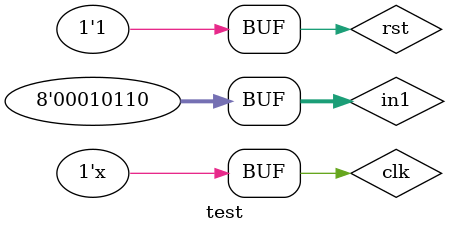
<source format=v>
`timescale 1ns / 1ps


module test(

    );
    reg clk,rst;
    reg[7:0] in1;
    wire[9:0] out1;
    top t1(clk,rst,in1,out1);
    initial
    begin
    clk=0;
    rst=1;
    //#160 rst=1;
    //in1=32'h00000008;
    in1=8'h08;
    #8000 rst=0;
    #50 rst=1;//in1=32'h0000000a;
    in1=8'd22;
    end
    always
    #5 clk=~clk;
endmodule

</source>
